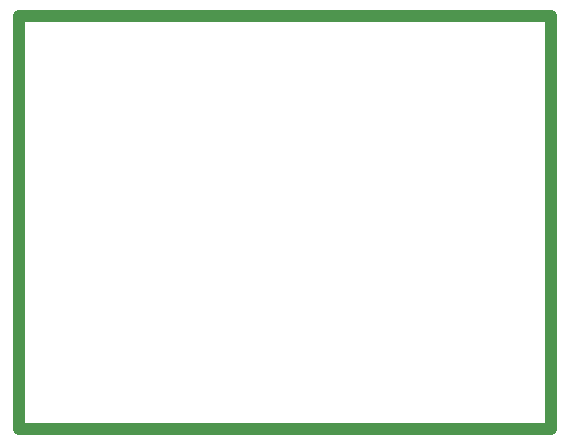
<source format=gbr>
%TF.GenerationSoftware,Altium Limited,Altium Designer,21.4.1 (30)*%
G04 Layer_Color=16711935*
%FSLAX26Y26*%
%MOIN*%
%TF.SameCoordinates,1A054405-282A-4FF3-8963-BB1B344CA64D*%
%TF.FilePolarity,Positive*%
%TF.FileFunction,Other,Board*%
%TF.Part,Single*%
G01*
G75*
%TA.AperFunction,NonConductor*%
%ADD72C,0.039370*%
D72*
X1771654Y-1D02*
Y1377953D01*
X0Y-1D02*
X1771654D01*
X0Y1377953D02*
X1771654D01*
X0Y-1D02*
Y1377953D01*
%TF.MD5,e500d3fe93135287220b1b106e8ea465*%
M02*

</source>
